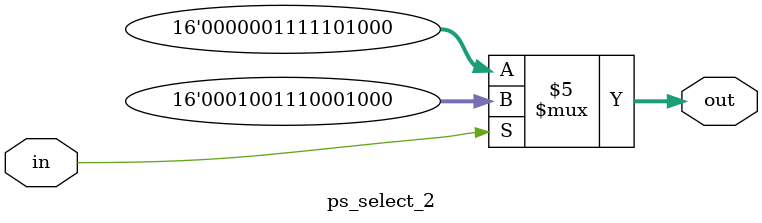
<source format=v>
module ps_select_2 (
    in,
    out
);
    
    input in;
    output reg [15:0] out;
    
    localparam ps1 = 1000;
    localparam ps2 = 5000;
    initial begin
        out=ps1;
    end

    always @(*) begin
        if (in == 0) begin
            out = ps1;
        end
        else begin
            out = ps2;
        end
    end
endmodule
</source>
